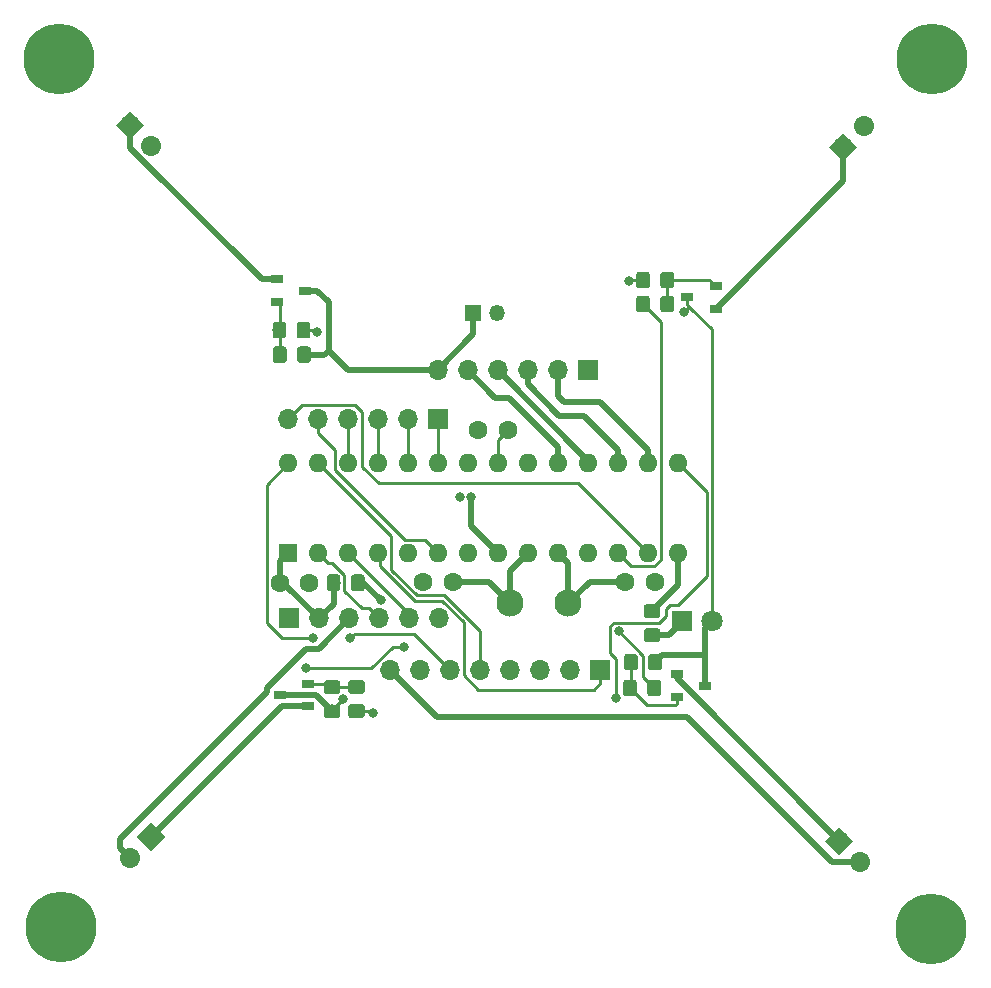
<source format=gtl>
%TF.GenerationSoftware,KiCad,Pcbnew,5.0.2-bee76a0~70~ubuntu18.04.1*%
%TF.CreationDate,2019-05-17T20:17:06-03:00*%
%TF.ProjectId,Quadcoptero-FritzenLab-r00,51756164-636f-4707-9465-726f2d467269,rev?*%
%TF.SameCoordinates,Original*%
%TF.FileFunction,Copper,L1,Top*%
%TF.FilePolarity,Positive*%
%FSLAX46Y46*%
G04 Gerber Fmt 4.6, Leading zero omitted, Abs format (unit mm)*
G04 Created by KiCad (PCBNEW 5.0.2-bee76a0~70~ubuntu18.04.1) date sex 17 mai 2019 20:17:06 -03*
%MOMM*%
%LPD*%
G01*
G04 APERTURE LIST*
%ADD10R,1.350000X1.350000*%
%ADD11O,1.350000X1.350000*%
%ADD12C,1.600000*%
%ADD13C,0.100000*%
%ADD14C,1.150000*%
%ADD15R,1.800000X1.800000*%
%ADD16C,1.800000*%
%ADD17R,1.700000X1.700000*%
%ADD18O,1.700000X1.700000*%
%ADD19C,2.300000*%
%ADD20R,1.600000X1.600000*%
%ADD21O,1.600000X1.600000*%
%ADD22C,1.700000*%
%ADD23C,1.700000*%
%ADD24R,1.000000X0.700000*%
%ADD25C,6.000000*%
%ADD26C,0.800000*%
%ADD27C,0.500000*%
%ADD28C,0.250000*%
G04 APERTURE END LIST*
D10*
X142778480Y-84185760D03*
D11*
X144778480Y-84185760D03*
D12*
X128898020Y-107007660D03*
X126398020Y-107007660D03*
D13*
G36*
X128785985Y-87017564D02*
X128810253Y-87021164D01*
X128834052Y-87027125D01*
X128857151Y-87035390D01*
X128879330Y-87045880D01*
X128900373Y-87058492D01*
X128920079Y-87073107D01*
X128938257Y-87089583D01*
X128954733Y-87107761D01*
X128969348Y-87127467D01*
X128981960Y-87148510D01*
X128992450Y-87170689D01*
X129000715Y-87193788D01*
X129006676Y-87217587D01*
X129010276Y-87241855D01*
X129011480Y-87266359D01*
X129011480Y-88166361D01*
X129010276Y-88190865D01*
X129006676Y-88215133D01*
X129000715Y-88238932D01*
X128992450Y-88262031D01*
X128981960Y-88284210D01*
X128969348Y-88305253D01*
X128954733Y-88324959D01*
X128938257Y-88343137D01*
X128920079Y-88359613D01*
X128900373Y-88374228D01*
X128879330Y-88386840D01*
X128857151Y-88397330D01*
X128834052Y-88405595D01*
X128810253Y-88411556D01*
X128785985Y-88415156D01*
X128761481Y-88416360D01*
X128111479Y-88416360D01*
X128086975Y-88415156D01*
X128062707Y-88411556D01*
X128038908Y-88405595D01*
X128015809Y-88397330D01*
X127993630Y-88386840D01*
X127972587Y-88374228D01*
X127952881Y-88359613D01*
X127934703Y-88343137D01*
X127918227Y-88324959D01*
X127903612Y-88305253D01*
X127891000Y-88284210D01*
X127880510Y-88262031D01*
X127872245Y-88238932D01*
X127866284Y-88215133D01*
X127862684Y-88190865D01*
X127861480Y-88166361D01*
X127861480Y-87266359D01*
X127862684Y-87241855D01*
X127866284Y-87217587D01*
X127872245Y-87193788D01*
X127880510Y-87170689D01*
X127891000Y-87148510D01*
X127903612Y-87127467D01*
X127918227Y-87107761D01*
X127934703Y-87089583D01*
X127952881Y-87073107D01*
X127972587Y-87058492D01*
X127993630Y-87045880D01*
X128015809Y-87035390D01*
X128038908Y-87027125D01*
X128062707Y-87021164D01*
X128086975Y-87017564D01*
X128111479Y-87016360D01*
X128761481Y-87016360D01*
X128785985Y-87017564D01*
X128785985Y-87017564D01*
G37*
D14*
X128436480Y-87716360D03*
D13*
G36*
X126735985Y-87017564D02*
X126760253Y-87021164D01*
X126784052Y-87027125D01*
X126807151Y-87035390D01*
X126829330Y-87045880D01*
X126850373Y-87058492D01*
X126870079Y-87073107D01*
X126888257Y-87089583D01*
X126904733Y-87107761D01*
X126919348Y-87127467D01*
X126931960Y-87148510D01*
X126942450Y-87170689D01*
X126950715Y-87193788D01*
X126956676Y-87217587D01*
X126960276Y-87241855D01*
X126961480Y-87266359D01*
X126961480Y-88166361D01*
X126960276Y-88190865D01*
X126956676Y-88215133D01*
X126950715Y-88238932D01*
X126942450Y-88262031D01*
X126931960Y-88284210D01*
X126919348Y-88305253D01*
X126904733Y-88324959D01*
X126888257Y-88343137D01*
X126870079Y-88359613D01*
X126850373Y-88374228D01*
X126829330Y-88386840D01*
X126807151Y-88397330D01*
X126784052Y-88405595D01*
X126760253Y-88411556D01*
X126735985Y-88415156D01*
X126711481Y-88416360D01*
X126061479Y-88416360D01*
X126036975Y-88415156D01*
X126012707Y-88411556D01*
X125988908Y-88405595D01*
X125965809Y-88397330D01*
X125943630Y-88386840D01*
X125922587Y-88374228D01*
X125902881Y-88359613D01*
X125884703Y-88343137D01*
X125868227Y-88324959D01*
X125853612Y-88305253D01*
X125841000Y-88284210D01*
X125830510Y-88262031D01*
X125822245Y-88238932D01*
X125816284Y-88215133D01*
X125812684Y-88190865D01*
X125811480Y-88166361D01*
X125811480Y-87266359D01*
X125812684Y-87241855D01*
X125816284Y-87217587D01*
X125822245Y-87193788D01*
X125830510Y-87170689D01*
X125841000Y-87148510D01*
X125853612Y-87127467D01*
X125868227Y-87107761D01*
X125884703Y-87089583D01*
X125902881Y-87073107D01*
X125922587Y-87058492D01*
X125943630Y-87045880D01*
X125965809Y-87035390D01*
X125988908Y-87027125D01*
X126012707Y-87021164D01*
X126036975Y-87017564D01*
X126061479Y-87016360D01*
X126711481Y-87016360D01*
X126735985Y-87017564D01*
X126735985Y-87017564D01*
G37*
D14*
X126386480Y-87716360D03*
D13*
G36*
X133342745Y-106329184D02*
X133367013Y-106332784D01*
X133390812Y-106338745D01*
X133413911Y-106347010D01*
X133436090Y-106357500D01*
X133457133Y-106370112D01*
X133476839Y-106384727D01*
X133495017Y-106401203D01*
X133511493Y-106419381D01*
X133526108Y-106439087D01*
X133538720Y-106460130D01*
X133549210Y-106482309D01*
X133557475Y-106505408D01*
X133563436Y-106529207D01*
X133567036Y-106553475D01*
X133568240Y-106577979D01*
X133568240Y-107477981D01*
X133567036Y-107502485D01*
X133563436Y-107526753D01*
X133557475Y-107550552D01*
X133549210Y-107573651D01*
X133538720Y-107595830D01*
X133526108Y-107616873D01*
X133511493Y-107636579D01*
X133495017Y-107654757D01*
X133476839Y-107671233D01*
X133457133Y-107685848D01*
X133436090Y-107698460D01*
X133413911Y-107708950D01*
X133390812Y-107717215D01*
X133367013Y-107723176D01*
X133342745Y-107726776D01*
X133318241Y-107727980D01*
X132668239Y-107727980D01*
X132643735Y-107726776D01*
X132619467Y-107723176D01*
X132595668Y-107717215D01*
X132572569Y-107708950D01*
X132550390Y-107698460D01*
X132529347Y-107685848D01*
X132509641Y-107671233D01*
X132491463Y-107654757D01*
X132474987Y-107636579D01*
X132460372Y-107616873D01*
X132447760Y-107595830D01*
X132437270Y-107573651D01*
X132429005Y-107550552D01*
X132423044Y-107526753D01*
X132419444Y-107502485D01*
X132418240Y-107477981D01*
X132418240Y-106577979D01*
X132419444Y-106553475D01*
X132423044Y-106529207D01*
X132429005Y-106505408D01*
X132437270Y-106482309D01*
X132447760Y-106460130D01*
X132460372Y-106439087D01*
X132474987Y-106419381D01*
X132491463Y-106401203D01*
X132509641Y-106384727D01*
X132529347Y-106370112D01*
X132550390Y-106357500D01*
X132572569Y-106347010D01*
X132595668Y-106338745D01*
X132619467Y-106332784D01*
X132643735Y-106329184D01*
X132668239Y-106327980D01*
X133318241Y-106327980D01*
X133342745Y-106329184D01*
X133342745Y-106329184D01*
G37*
D14*
X132993240Y-107027980D03*
D13*
G36*
X131292745Y-106329184D02*
X131317013Y-106332784D01*
X131340812Y-106338745D01*
X131363911Y-106347010D01*
X131386090Y-106357500D01*
X131407133Y-106370112D01*
X131426839Y-106384727D01*
X131445017Y-106401203D01*
X131461493Y-106419381D01*
X131476108Y-106439087D01*
X131488720Y-106460130D01*
X131499210Y-106482309D01*
X131507475Y-106505408D01*
X131513436Y-106529207D01*
X131517036Y-106553475D01*
X131518240Y-106577979D01*
X131518240Y-107477981D01*
X131517036Y-107502485D01*
X131513436Y-107526753D01*
X131507475Y-107550552D01*
X131499210Y-107573651D01*
X131488720Y-107595830D01*
X131476108Y-107616873D01*
X131461493Y-107636579D01*
X131445017Y-107654757D01*
X131426839Y-107671233D01*
X131407133Y-107685848D01*
X131386090Y-107698460D01*
X131363911Y-107708950D01*
X131340812Y-107717215D01*
X131317013Y-107723176D01*
X131292745Y-107726776D01*
X131268241Y-107727980D01*
X130618239Y-107727980D01*
X130593735Y-107726776D01*
X130569467Y-107723176D01*
X130545668Y-107717215D01*
X130522569Y-107708950D01*
X130500390Y-107698460D01*
X130479347Y-107685848D01*
X130459641Y-107671233D01*
X130441463Y-107654757D01*
X130424987Y-107636579D01*
X130410372Y-107616873D01*
X130397760Y-107595830D01*
X130387270Y-107573651D01*
X130379005Y-107550552D01*
X130373044Y-107526753D01*
X130369444Y-107502485D01*
X130368240Y-107477981D01*
X130368240Y-106577979D01*
X130369444Y-106553475D01*
X130373044Y-106529207D01*
X130379005Y-106505408D01*
X130387270Y-106482309D01*
X130397760Y-106460130D01*
X130410372Y-106439087D01*
X130424987Y-106419381D01*
X130441463Y-106401203D01*
X130459641Y-106384727D01*
X130479347Y-106370112D01*
X130500390Y-106357500D01*
X130522569Y-106347010D01*
X130545668Y-106338745D01*
X130569467Y-106332784D01*
X130593735Y-106329184D01*
X130618239Y-106327980D01*
X131268241Y-106327980D01*
X131292745Y-106329184D01*
X131292745Y-106329184D01*
G37*
D14*
X130943240Y-107027980D03*
D13*
G36*
X158386305Y-108842944D02*
X158410573Y-108846544D01*
X158434372Y-108852505D01*
X158457471Y-108860770D01*
X158479650Y-108871260D01*
X158500693Y-108883872D01*
X158520399Y-108898487D01*
X158538577Y-108914963D01*
X158555053Y-108933141D01*
X158569668Y-108952847D01*
X158582280Y-108973890D01*
X158592770Y-108996069D01*
X158601035Y-109019168D01*
X158606996Y-109042967D01*
X158610596Y-109067235D01*
X158611800Y-109091739D01*
X158611800Y-109741741D01*
X158610596Y-109766245D01*
X158606996Y-109790513D01*
X158601035Y-109814312D01*
X158592770Y-109837411D01*
X158582280Y-109859590D01*
X158569668Y-109880633D01*
X158555053Y-109900339D01*
X158538577Y-109918517D01*
X158520399Y-109934993D01*
X158500693Y-109949608D01*
X158479650Y-109962220D01*
X158457471Y-109972710D01*
X158434372Y-109980975D01*
X158410573Y-109986936D01*
X158386305Y-109990536D01*
X158361801Y-109991740D01*
X157461799Y-109991740D01*
X157437295Y-109990536D01*
X157413027Y-109986936D01*
X157389228Y-109980975D01*
X157366129Y-109972710D01*
X157343950Y-109962220D01*
X157322907Y-109949608D01*
X157303201Y-109934993D01*
X157285023Y-109918517D01*
X157268547Y-109900339D01*
X157253932Y-109880633D01*
X157241320Y-109859590D01*
X157230830Y-109837411D01*
X157222565Y-109814312D01*
X157216604Y-109790513D01*
X157213004Y-109766245D01*
X157211800Y-109741741D01*
X157211800Y-109091739D01*
X157213004Y-109067235D01*
X157216604Y-109042967D01*
X157222565Y-109019168D01*
X157230830Y-108996069D01*
X157241320Y-108973890D01*
X157253932Y-108952847D01*
X157268547Y-108933141D01*
X157285023Y-108914963D01*
X157303201Y-108898487D01*
X157322907Y-108883872D01*
X157343950Y-108871260D01*
X157366129Y-108860770D01*
X157389228Y-108852505D01*
X157413027Y-108846544D01*
X157437295Y-108842944D01*
X157461799Y-108841740D01*
X158361801Y-108841740D01*
X158386305Y-108842944D01*
X158386305Y-108842944D01*
G37*
D14*
X157911800Y-109416740D03*
D13*
G36*
X158386305Y-110892944D02*
X158410573Y-110896544D01*
X158434372Y-110902505D01*
X158457471Y-110910770D01*
X158479650Y-110921260D01*
X158500693Y-110933872D01*
X158520399Y-110948487D01*
X158538577Y-110964963D01*
X158555053Y-110983141D01*
X158569668Y-111002847D01*
X158582280Y-111023890D01*
X158592770Y-111046069D01*
X158601035Y-111069168D01*
X158606996Y-111092967D01*
X158610596Y-111117235D01*
X158611800Y-111141739D01*
X158611800Y-111791741D01*
X158610596Y-111816245D01*
X158606996Y-111840513D01*
X158601035Y-111864312D01*
X158592770Y-111887411D01*
X158582280Y-111909590D01*
X158569668Y-111930633D01*
X158555053Y-111950339D01*
X158538577Y-111968517D01*
X158520399Y-111984993D01*
X158500693Y-111999608D01*
X158479650Y-112012220D01*
X158457471Y-112022710D01*
X158434372Y-112030975D01*
X158410573Y-112036936D01*
X158386305Y-112040536D01*
X158361801Y-112041740D01*
X157461799Y-112041740D01*
X157437295Y-112040536D01*
X157413027Y-112036936D01*
X157389228Y-112030975D01*
X157366129Y-112022710D01*
X157343950Y-112012220D01*
X157322907Y-111999608D01*
X157303201Y-111984993D01*
X157285023Y-111968517D01*
X157268547Y-111950339D01*
X157253932Y-111930633D01*
X157241320Y-111909590D01*
X157230830Y-111887411D01*
X157222565Y-111864312D01*
X157216604Y-111840513D01*
X157213004Y-111816245D01*
X157211800Y-111791741D01*
X157211800Y-111141739D01*
X157213004Y-111117235D01*
X157216604Y-111092967D01*
X157222565Y-111069168D01*
X157230830Y-111046069D01*
X157241320Y-111023890D01*
X157253932Y-111002847D01*
X157268547Y-110983141D01*
X157285023Y-110964963D01*
X157303201Y-110948487D01*
X157322907Y-110933872D01*
X157343950Y-110921260D01*
X157366129Y-110910770D01*
X157389228Y-110902505D01*
X157413027Y-110896544D01*
X157437295Y-110892944D01*
X157461799Y-110891740D01*
X158361801Y-110891740D01*
X158386305Y-110892944D01*
X158386305Y-110892944D01*
G37*
D14*
X157911800Y-111466740D03*
D13*
G36*
X157490305Y-82732584D02*
X157514573Y-82736184D01*
X157538372Y-82742145D01*
X157561471Y-82750410D01*
X157583650Y-82760900D01*
X157604693Y-82773512D01*
X157624399Y-82788127D01*
X157642577Y-82804603D01*
X157659053Y-82822781D01*
X157673668Y-82842487D01*
X157686280Y-82863530D01*
X157696770Y-82885709D01*
X157705035Y-82908808D01*
X157710996Y-82932607D01*
X157714596Y-82956875D01*
X157715800Y-82981379D01*
X157715800Y-83881381D01*
X157714596Y-83905885D01*
X157710996Y-83930153D01*
X157705035Y-83953952D01*
X157696770Y-83977051D01*
X157686280Y-83999230D01*
X157673668Y-84020273D01*
X157659053Y-84039979D01*
X157642577Y-84058157D01*
X157624399Y-84074633D01*
X157604693Y-84089248D01*
X157583650Y-84101860D01*
X157561471Y-84112350D01*
X157538372Y-84120615D01*
X157514573Y-84126576D01*
X157490305Y-84130176D01*
X157465801Y-84131380D01*
X156815799Y-84131380D01*
X156791295Y-84130176D01*
X156767027Y-84126576D01*
X156743228Y-84120615D01*
X156720129Y-84112350D01*
X156697950Y-84101860D01*
X156676907Y-84089248D01*
X156657201Y-84074633D01*
X156639023Y-84058157D01*
X156622547Y-84039979D01*
X156607932Y-84020273D01*
X156595320Y-83999230D01*
X156584830Y-83977051D01*
X156576565Y-83953952D01*
X156570604Y-83930153D01*
X156567004Y-83905885D01*
X156565800Y-83881381D01*
X156565800Y-82981379D01*
X156567004Y-82956875D01*
X156570604Y-82932607D01*
X156576565Y-82908808D01*
X156584830Y-82885709D01*
X156595320Y-82863530D01*
X156607932Y-82842487D01*
X156622547Y-82822781D01*
X156639023Y-82804603D01*
X156657201Y-82788127D01*
X156676907Y-82773512D01*
X156697950Y-82760900D01*
X156720129Y-82750410D01*
X156743228Y-82742145D01*
X156767027Y-82736184D01*
X156791295Y-82732584D01*
X156815799Y-82731380D01*
X157465801Y-82731380D01*
X157490305Y-82732584D01*
X157490305Y-82732584D01*
G37*
D14*
X157140800Y-83431380D03*
D13*
G36*
X159540305Y-82732584D02*
X159564573Y-82736184D01*
X159588372Y-82742145D01*
X159611471Y-82750410D01*
X159633650Y-82760900D01*
X159654693Y-82773512D01*
X159674399Y-82788127D01*
X159692577Y-82804603D01*
X159709053Y-82822781D01*
X159723668Y-82842487D01*
X159736280Y-82863530D01*
X159746770Y-82885709D01*
X159755035Y-82908808D01*
X159760996Y-82932607D01*
X159764596Y-82956875D01*
X159765800Y-82981379D01*
X159765800Y-83881381D01*
X159764596Y-83905885D01*
X159760996Y-83930153D01*
X159755035Y-83953952D01*
X159746770Y-83977051D01*
X159736280Y-83999230D01*
X159723668Y-84020273D01*
X159709053Y-84039979D01*
X159692577Y-84058157D01*
X159674399Y-84074633D01*
X159654693Y-84089248D01*
X159633650Y-84101860D01*
X159611471Y-84112350D01*
X159588372Y-84120615D01*
X159564573Y-84126576D01*
X159540305Y-84130176D01*
X159515801Y-84131380D01*
X158865799Y-84131380D01*
X158841295Y-84130176D01*
X158817027Y-84126576D01*
X158793228Y-84120615D01*
X158770129Y-84112350D01*
X158747950Y-84101860D01*
X158726907Y-84089248D01*
X158707201Y-84074633D01*
X158689023Y-84058157D01*
X158672547Y-84039979D01*
X158657932Y-84020273D01*
X158645320Y-83999230D01*
X158634830Y-83977051D01*
X158626565Y-83953952D01*
X158620604Y-83930153D01*
X158617004Y-83905885D01*
X158615800Y-83881381D01*
X158615800Y-82981379D01*
X158617004Y-82956875D01*
X158620604Y-82932607D01*
X158626565Y-82908808D01*
X158634830Y-82885709D01*
X158645320Y-82863530D01*
X158657932Y-82842487D01*
X158672547Y-82822781D01*
X158689023Y-82804603D01*
X158707201Y-82788127D01*
X158726907Y-82773512D01*
X158747950Y-82760900D01*
X158770129Y-82750410D01*
X158793228Y-82742145D01*
X158817027Y-82736184D01*
X158841295Y-82732584D01*
X158865799Y-82731380D01*
X159515801Y-82731380D01*
X159540305Y-82732584D01*
X159540305Y-82732584D01*
G37*
D14*
X159190800Y-83431380D03*
D13*
G36*
X157490305Y-80695504D02*
X157514573Y-80699104D01*
X157538372Y-80705065D01*
X157561471Y-80713330D01*
X157583650Y-80723820D01*
X157604693Y-80736432D01*
X157624399Y-80751047D01*
X157642577Y-80767523D01*
X157659053Y-80785701D01*
X157673668Y-80805407D01*
X157686280Y-80826450D01*
X157696770Y-80848629D01*
X157705035Y-80871728D01*
X157710996Y-80895527D01*
X157714596Y-80919795D01*
X157715800Y-80944299D01*
X157715800Y-81844301D01*
X157714596Y-81868805D01*
X157710996Y-81893073D01*
X157705035Y-81916872D01*
X157696770Y-81939971D01*
X157686280Y-81962150D01*
X157673668Y-81983193D01*
X157659053Y-82002899D01*
X157642577Y-82021077D01*
X157624399Y-82037553D01*
X157604693Y-82052168D01*
X157583650Y-82064780D01*
X157561471Y-82075270D01*
X157538372Y-82083535D01*
X157514573Y-82089496D01*
X157490305Y-82093096D01*
X157465801Y-82094300D01*
X156815799Y-82094300D01*
X156791295Y-82093096D01*
X156767027Y-82089496D01*
X156743228Y-82083535D01*
X156720129Y-82075270D01*
X156697950Y-82064780D01*
X156676907Y-82052168D01*
X156657201Y-82037553D01*
X156639023Y-82021077D01*
X156622547Y-82002899D01*
X156607932Y-81983193D01*
X156595320Y-81962150D01*
X156584830Y-81939971D01*
X156576565Y-81916872D01*
X156570604Y-81893073D01*
X156567004Y-81868805D01*
X156565800Y-81844301D01*
X156565800Y-80944299D01*
X156567004Y-80919795D01*
X156570604Y-80895527D01*
X156576565Y-80871728D01*
X156584830Y-80848629D01*
X156595320Y-80826450D01*
X156607932Y-80805407D01*
X156622547Y-80785701D01*
X156639023Y-80767523D01*
X156657201Y-80751047D01*
X156676907Y-80736432D01*
X156697950Y-80723820D01*
X156720129Y-80713330D01*
X156743228Y-80705065D01*
X156767027Y-80699104D01*
X156791295Y-80695504D01*
X156815799Y-80694300D01*
X157465801Y-80694300D01*
X157490305Y-80695504D01*
X157490305Y-80695504D01*
G37*
D14*
X157140800Y-81394300D03*
D13*
G36*
X159540305Y-80695504D02*
X159564573Y-80699104D01*
X159588372Y-80705065D01*
X159611471Y-80713330D01*
X159633650Y-80723820D01*
X159654693Y-80736432D01*
X159674399Y-80751047D01*
X159692577Y-80767523D01*
X159709053Y-80785701D01*
X159723668Y-80805407D01*
X159736280Y-80826450D01*
X159746770Y-80848629D01*
X159755035Y-80871728D01*
X159760996Y-80895527D01*
X159764596Y-80919795D01*
X159765800Y-80944299D01*
X159765800Y-81844301D01*
X159764596Y-81868805D01*
X159760996Y-81893073D01*
X159755035Y-81916872D01*
X159746770Y-81939971D01*
X159736280Y-81962150D01*
X159723668Y-81983193D01*
X159709053Y-82002899D01*
X159692577Y-82021077D01*
X159674399Y-82037553D01*
X159654693Y-82052168D01*
X159633650Y-82064780D01*
X159611471Y-82075270D01*
X159588372Y-82083535D01*
X159564573Y-82089496D01*
X159540305Y-82093096D01*
X159515801Y-82094300D01*
X158865799Y-82094300D01*
X158841295Y-82093096D01*
X158817027Y-82089496D01*
X158793228Y-82083535D01*
X158770129Y-82075270D01*
X158747950Y-82064780D01*
X158726907Y-82052168D01*
X158707201Y-82037553D01*
X158689023Y-82021077D01*
X158672547Y-82002899D01*
X158657932Y-81983193D01*
X158645320Y-81962150D01*
X158634830Y-81939971D01*
X158626565Y-81916872D01*
X158620604Y-81893073D01*
X158617004Y-81868805D01*
X158615800Y-81844301D01*
X158615800Y-80944299D01*
X158617004Y-80919795D01*
X158620604Y-80895527D01*
X158626565Y-80871728D01*
X158634830Y-80848629D01*
X158645320Y-80826450D01*
X158657932Y-80805407D01*
X158672547Y-80785701D01*
X158689023Y-80767523D01*
X158707201Y-80751047D01*
X158726907Y-80736432D01*
X158747950Y-80723820D01*
X158770129Y-80713330D01*
X158793228Y-80705065D01*
X158817027Y-80699104D01*
X158841295Y-80695504D01*
X158865799Y-80694300D01*
X159515801Y-80694300D01*
X159540305Y-80695504D01*
X159540305Y-80695504D01*
G37*
D14*
X159190800Y-81394300D03*
D13*
G36*
X133350386Y-117322183D02*
X133374654Y-117325783D01*
X133398453Y-117331744D01*
X133421552Y-117340009D01*
X133443731Y-117350499D01*
X133464774Y-117363111D01*
X133484480Y-117377726D01*
X133502658Y-117394202D01*
X133519134Y-117412380D01*
X133533749Y-117432086D01*
X133546361Y-117453129D01*
X133556851Y-117475308D01*
X133565116Y-117498407D01*
X133571077Y-117522206D01*
X133574677Y-117546474D01*
X133575881Y-117570978D01*
X133575881Y-118220980D01*
X133574677Y-118245484D01*
X133571077Y-118269752D01*
X133565116Y-118293551D01*
X133556851Y-118316650D01*
X133546361Y-118338829D01*
X133533749Y-118359872D01*
X133519134Y-118379578D01*
X133502658Y-118397756D01*
X133484480Y-118414232D01*
X133464774Y-118428847D01*
X133443731Y-118441459D01*
X133421552Y-118451949D01*
X133398453Y-118460214D01*
X133374654Y-118466175D01*
X133350386Y-118469775D01*
X133325882Y-118470979D01*
X132425880Y-118470979D01*
X132401376Y-118469775D01*
X132377108Y-118466175D01*
X132353309Y-118460214D01*
X132330210Y-118451949D01*
X132308031Y-118441459D01*
X132286988Y-118428847D01*
X132267282Y-118414232D01*
X132249104Y-118397756D01*
X132232628Y-118379578D01*
X132218013Y-118359872D01*
X132205401Y-118338829D01*
X132194911Y-118316650D01*
X132186646Y-118293551D01*
X132180685Y-118269752D01*
X132177085Y-118245484D01*
X132175881Y-118220980D01*
X132175881Y-117570978D01*
X132177085Y-117546474D01*
X132180685Y-117522206D01*
X132186646Y-117498407D01*
X132194911Y-117475308D01*
X132205401Y-117453129D01*
X132218013Y-117432086D01*
X132232628Y-117412380D01*
X132249104Y-117394202D01*
X132267282Y-117377726D01*
X132286988Y-117363111D01*
X132308031Y-117350499D01*
X132330210Y-117340009D01*
X132353309Y-117331744D01*
X132377108Y-117325783D01*
X132401376Y-117322183D01*
X132425880Y-117320979D01*
X133325882Y-117320979D01*
X133350386Y-117322183D01*
X133350386Y-117322183D01*
G37*
D14*
X132875881Y-117895979D03*
D13*
G36*
X133350386Y-115272183D02*
X133374654Y-115275783D01*
X133398453Y-115281744D01*
X133421552Y-115290009D01*
X133443731Y-115300499D01*
X133464774Y-115313111D01*
X133484480Y-115327726D01*
X133502658Y-115344202D01*
X133519134Y-115362380D01*
X133533749Y-115382086D01*
X133546361Y-115403129D01*
X133556851Y-115425308D01*
X133565116Y-115448407D01*
X133571077Y-115472206D01*
X133574677Y-115496474D01*
X133575881Y-115520978D01*
X133575881Y-116170980D01*
X133574677Y-116195484D01*
X133571077Y-116219752D01*
X133565116Y-116243551D01*
X133556851Y-116266650D01*
X133546361Y-116288829D01*
X133533749Y-116309872D01*
X133519134Y-116329578D01*
X133502658Y-116347756D01*
X133484480Y-116364232D01*
X133464774Y-116378847D01*
X133443731Y-116391459D01*
X133421552Y-116401949D01*
X133398453Y-116410214D01*
X133374654Y-116416175D01*
X133350386Y-116419775D01*
X133325882Y-116420979D01*
X132425880Y-116420979D01*
X132401376Y-116419775D01*
X132377108Y-116416175D01*
X132353309Y-116410214D01*
X132330210Y-116401949D01*
X132308031Y-116391459D01*
X132286988Y-116378847D01*
X132267282Y-116364232D01*
X132249104Y-116347756D01*
X132232628Y-116329578D01*
X132218013Y-116309872D01*
X132205401Y-116288829D01*
X132194911Y-116266650D01*
X132186646Y-116243551D01*
X132180685Y-116219752D01*
X132177085Y-116195484D01*
X132175881Y-116170980D01*
X132175881Y-115520978D01*
X132177085Y-115496474D01*
X132180685Y-115472206D01*
X132186646Y-115448407D01*
X132194911Y-115425308D01*
X132205401Y-115403129D01*
X132218013Y-115382086D01*
X132232628Y-115362380D01*
X132249104Y-115344202D01*
X132267282Y-115327726D01*
X132286988Y-115313111D01*
X132308031Y-115300499D01*
X132330210Y-115290009D01*
X132353309Y-115281744D01*
X132377108Y-115275783D01*
X132401376Y-115272183D01*
X132425880Y-115270979D01*
X133325882Y-115270979D01*
X133350386Y-115272183D01*
X133350386Y-115272183D01*
G37*
D14*
X132875881Y-115845979D03*
D13*
G36*
X131297205Y-117340844D02*
X131321473Y-117344444D01*
X131345272Y-117350405D01*
X131368371Y-117358670D01*
X131390550Y-117369160D01*
X131411593Y-117381772D01*
X131431299Y-117396387D01*
X131449477Y-117412863D01*
X131465953Y-117431041D01*
X131480568Y-117450747D01*
X131493180Y-117471790D01*
X131503670Y-117493969D01*
X131511935Y-117517068D01*
X131517896Y-117540867D01*
X131521496Y-117565135D01*
X131522700Y-117589639D01*
X131522700Y-118239641D01*
X131521496Y-118264145D01*
X131517896Y-118288413D01*
X131511935Y-118312212D01*
X131503670Y-118335311D01*
X131493180Y-118357490D01*
X131480568Y-118378533D01*
X131465953Y-118398239D01*
X131449477Y-118416417D01*
X131431299Y-118432893D01*
X131411593Y-118447508D01*
X131390550Y-118460120D01*
X131368371Y-118470610D01*
X131345272Y-118478875D01*
X131321473Y-118484836D01*
X131297205Y-118488436D01*
X131272701Y-118489640D01*
X130372699Y-118489640D01*
X130348195Y-118488436D01*
X130323927Y-118484836D01*
X130300128Y-118478875D01*
X130277029Y-118470610D01*
X130254850Y-118460120D01*
X130233807Y-118447508D01*
X130214101Y-118432893D01*
X130195923Y-118416417D01*
X130179447Y-118398239D01*
X130164832Y-118378533D01*
X130152220Y-118357490D01*
X130141730Y-118335311D01*
X130133465Y-118312212D01*
X130127504Y-118288413D01*
X130123904Y-118264145D01*
X130122700Y-118239641D01*
X130122700Y-117589639D01*
X130123904Y-117565135D01*
X130127504Y-117540867D01*
X130133465Y-117517068D01*
X130141730Y-117493969D01*
X130152220Y-117471790D01*
X130164832Y-117450747D01*
X130179447Y-117431041D01*
X130195923Y-117412863D01*
X130214101Y-117396387D01*
X130233807Y-117381772D01*
X130254850Y-117369160D01*
X130277029Y-117358670D01*
X130300128Y-117350405D01*
X130323927Y-117344444D01*
X130348195Y-117340844D01*
X130372699Y-117339640D01*
X131272701Y-117339640D01*
X131297205Y-117340844D01*
X131297205Y-117340844D01*
G37*
D14*
X130822700Y-117914640D03*
D13*
G36*
X131297205Y-115290844D02*
X131321473Y-115294444D01*
X131345272Y-115300405D01*
X131368371Y-115308670D01*
X131390550Y-115319160D01*
X131411593Y-115331772D01*
X131431299Y-115346387D01*
X131449477Y-115362863D01*
X131465953Y-115381041D01*
X131480568Y-115400747D01*
X131493180Y-115421790D01*
X131503670Y-115443969D01*
X131511935Y-115467068D01*
X131517896Y-115490867D01*
X131521496Y-115515135D01*
X131522700Y-115539639D01*
X131522700Y-116189641D01*
X131521496Y-116214145D01*
X131517896Y-116238413D01*
X131511935Y-116262212D01*
X131503670Y-116285311D01*
X131493180Y-116307490D01*
X131480568Y-116328533D01*
X131465953Y-116348239D01*
X131449477Y-116366417D01*
X131431299Y-116382893D01*
X131411593Y-116397508D01*
X131390550Y-116410120D01*
X131368371Y-116420610D01*
X131345272Y-116428875D01*
X131321473Y-116434836D01*
X131297205Y-116438436D01*
X131272701Y-116439640D01*
X130372699Y-116439640D01*
X130348195Y-116438436D01*
X130323927Y-116434836D01*
X130300128Y-116428875D01*
X130277029Y-116420610D01*
X130254850Y-116410120D01*
X130233807Y-116397508D01*
X130214101Y-116382893D01*
X130195923Y-116366417D01*
X130179447Y-116348239D01*
X130164832Y-116328533D01*
X130152220Y-116307490D01*
X130141730Y-116285311D01*
X130133465Y-116262212D01*
X130127504Y-116238413D01*
X130123904Y-116214145D01*
X130122700Y-116189641D01*
X130122700Y-115539639D01*
X130123904Y-115515135D01*
X130127504Y-115490867D01*
X130133465Y-115467068D01*
X130141730Y-115443969D01*
X130152220Y-115421790D01*
X130164832Y-115400747D01*
X130179447Y-115381041D01*
X130195923Y-115362863D01*
X130214101Y-115346387D01*
X130233807Y-115331772D01*
X130254850Y-115319160D01*
X130277029Y-115308670D01*
X130300128Y-115300405D01*
X130323927Y-115294444D01*
X130348195Y-115290844D01*
X130372699Y-115289640D01*
X131272701Y-115289640D01*
X131297205Y-115290844D01*
X131297205Y-115290844D01*
G37*
D14*
X130822700Y-115864640D03*
D13*
G36*
X158435405Y-115242044D02*
X158459673Y-115245644D01*
X158483472Y-115251605D01*
X158506571Y-115259870D01*
X158528750Y-115270360D01*
X158549793Y-115282972D01*
X158569499Y-115297587D01*
X158587677Y-115314063D01*
X158604153Y-115332241D01*
X158618768Y-115351947D01*
X158631380Y-115372990D01*
X158641870Y-115395169D01*
X158650135Y-115418268D01*
X158656096Y-115442067D01*
X158659696Y-115466335D01*
X158660900Y-115490839D01*
X158660900Y-116390841D01*
X158659696Y-116415345D01*
X158656096Y-116439613D01*
X158650135Y-116463412D01*
X158641870Y-116486511D01*
X158631380Y-116508690D01*
X158618768Y-116529733D01*
X158604153Y-116549439D01*
X158587677Y-116567617D01*
X158569499Y-116584093D01*
X158549793Y-116598708D01*
X158528750Y-116611320D01*
X158506571Y-116621810D01*
X158483472Y-116630075D01*
X158459673Y-116636036D01*
X158435405Y-116639636D01*
X158410901Y-116640840D01*
X157760899Y-116640840D01*
X157736395Y-116639636D01*
X157712127Y-116636036D01*
X157688328Y-116630075D01*
X157665229Y-116621810D01*
X157643050Y-116611320D01*
X157622007Y-116598708D01*
X157602301Y-116584093D01*
X157584123Y-116567617D01*
X157567647Y-116549439D01*
X157553032Y-116529733D01*
X157540420Y-116508690D01*
X157529930Y-116486511D01*
X157521665Y-116463412D01*
X157515704Y-116439613D01*
X157512104Y-116415345D01*
X157510900Y-116390841D01*
X157510900Y-115490839D01*
X157512104Y-115466335D01*
X157515704Y-115442067D01*
X157521665Y-115418268D01*
X157529930Y-115395169D01*
X157540420Y-115372990D01*
X157553032Y-115351947D01*
X157567647Y-115332241D01*
X157584123Y-115314063D01*
X157602301Y-115297587D01*
X157622007Y-115282972D01*
X157643050Y-115270360D01*
X157665229Y-115259870D01*
X157688328Y-115251605D01*
X157712127Y-115245644D01*
X157736395Y-115242044D01*
X157760899Y-115240840D01*
X158410901Y-115240840D01*
X158435405Y-115242044D01*
X158435405Y-115242044D01*
G37*
D14*
X158085900Y-115940840D03*
D13*
G36*
X156385405Y-115242044D02*
X156409673Y-115245644D01*
X156433472Y-115251605D01*
X156456571Y-115259870D01*
X156478750Y-115270360D01*
X156499793Y-115282972D01*
X156519499Y-115297587D01*
X156537677Y-115314063D01*
X156554153Y-115332241D01*
X156568768Y-115351947D01*
X156581380Y-115372990D01*
X156591870Y-115395169D01*
X156600135Y-115418268D01*
X156606096Y-115442067D01*
X156609696Y-115466335D01*
X156610900Y-115490839D01*
X156610900Y-116390841D01*
X156609696Y-116415345D01*
X156606096Y-116439613D01*
X156600135Y-116463412D01*
X156591870Y-116486511D01*
X156581380Y-116508690D01*
X156568768Y-116529733D01*
X156554153Y-116549439D01*
X156537677Y-116567617D01*
X156519499Y-116584093D01*
X156499793Y-116598708D01*
X156478750Y-116611320D01*
X156456571Y-116621810D01*
X156433472Y-116630075D01*
X156409673Y-116636036D01*
X156385405Y-116639636D01*
X156360901Y-116640840D01*
X155710899Y-116640840D01*
X155686395Y-116639636D01*
X155662127Y-116636036D01*
X155638328Y-116630075D01*
X155615229Y-116621810D01*
X155593050Y-116611320D01*
X155572007Y-116598708D01*
X155552301Y-116584093D01*
X155534123Y-116567617D01*
X155517647Y-116549439D01*
X155503032Y-116529733D01*
X155490420Y-116508690D01*
X155479930Y-116486511D01*
X155471665Y-116463412D01*
X155465704Y-116439613D01*
X155462104Y-116415345D01*
X155460900Y-116390841D01*
X155460900Y-115490839D01*
X155462104Y-115466335D01*
X155465704Y-115442067D01*
X155471665Y-115418268D01*
X155479930Y-115395169D01*
X155490420Y-115372990D01*
X155503032Y-115351947D01*
X155517647Y-115332241D01*
X155534123Y-115314063D01*
X155552301Y-115297587D01*
X155572007Y-115282972D01*
X155593050Y-115270360D01*
X155615229Y-115259870D01*
X155638328Y-115251605D01*
X155662127Y-115245644D01*
X155686395Y-115242044D01*
X155710899Y-115240840D01*
X156360901Y-115240840D01*
X156385405Y-115242044D01*
X156385405Y-115242044D01*
G37*
D14*
X156035900Y-115940840D03*
D13*
G36*
X126700425Y-84947464D02*
X126724693Y-84951064D01*
X126748492Y-84957025D01*
X126771591Y-84965290D01*
X126793770Y-84975780D01*
X126814813Y-84988392D01*
X126834519Y-85003007D01*
X126852697Y-85019483D01*
X126869173Y-85037661D01*
X126883788Y-85057367D01*
X126896400Y-85078410D01*
X126906890Y-85100589D01*
X126915155Y-85123688D01*
X126921116Y-85147487D01*
X126924716Y-85171755D01*
X126925920Y-85196259D01*
X126925920Y-86096261D01*
X126924716Y-86120765D01*
X126921116Y-86145033D01*
X126915155Y-86168832D01*
X126906890Y-86191931D01*
X126896400Y-86214110D01*
X126883788Y-86235153D01*
X126869173Y-86254859D01*
X126852697Y-86273037D01*
X126834519Y-86289513D01*
X126814813Y-86304128D01*
X126793770Y-86316740D01*
X126771591Y-86327230D01*
X126748492Y-86335495D01*
X126724693Y-86341456D01*
X126700425Y-86345056D01*
X126675921Y-86346260D01*
X126025919Y-86346260D01*
X126001415Y-86345056D01*
X125977147Y-86341456D01*
X125953348Y-86335495D01*
X125930249Y-86327230D01*
X125908070Y-86316740D01*
X125887027Y-86304128D01*
X125867321Y-86289513D01*
X125849143Y-86273037D01*
X125832667Y-86254859D01*
X125818052Y-86235153D01*
X125805440Y-86214110D01*
X125794950Y-86191931D01*
X125786685Y-86168832D01*
X125780724Y-86145033D01*
X125777124Y-86120765D01*
X125775920Y-86096261D01*
X125775920Y-85196259D01*
X125777124Y-85171755D01*
X125780724Y-85147487D01*
X125786685Y-85123688D01*
X125794950Y-85100589D01*
X125805440Y-85078410D01*
X125818052Y-85057367D01*
X125832667Y-85037661D01*
X125849143Y-85019483D01*
X125867321Y-85003007D01*
X125887027Y-84988392D01*
X125908070Y-84975780D01*
X125930249Y-84965290D01*
X125953348Y-84957025D01*
X125977147Y-84951064D01*
X126001415Y-84947464D01*
X126025919Y-84946260D01*
X126675921Y-84946260D01*
X126700425Y-84947464D01*
X126700425Y-84947464D01*
G37*
D14*
X126350920Y-85646260D03*
D13*
G36*
X128750425Y-84947464D02*
X128774693Y-84951064D01*
X128798492Y-84957025D01*
X128821591Y-84965290D01*
X128843770Y-84975780D01*
X128864813Y-84988392D01*
X128884519Y-85003007D01*
X128902697Y-85019483D01*
X128919173Y-85037661D01*
X128933788Y-85057367D01*
X128946400Y-85078410D01*
X128956890Y-85100589D01*
X128965155Y-85123688D01*
X128971116Y-85147487D01*
X128974716Y-85171755D01*
X128975920Y-85196259D01*
X128975920Y-86096261D01*
X128974716Y-86120765D01*
X128971116Y-86145033D01*
X128965155Y-86168832D01*
X128956890Y-86191931D01*
X128946400Y-86214110D01*
X128933788Y-86235153D01*
X128919173Y-86254859D01*
X128902697Y-86273037D01*
X128884519Y-86289513D01*
X128864813Y-86304128D01*
X128843770Y-86316740D01*
X128821591Y-86327230D01*
X128798492Y-86335495D01*
X128774693Y-86341456D01*
X128750425Y-86345056D01*
X128725921Y-86346260D01*
X128075919Y-86346260D01*
X128051415Y-86345056D01*
X128027147Y-86341456D01*
X128003348Y-86335495D01*
X127980249Y-86327230D01*
X127958070Y-86316740D01*
X127937027Y-86304128D01*
X127917321Y-86289513D01*
X127899143Y-86273037D01*
X127882667Y-86254859D01*
X127868052Y-86235153D01*
X127855440Y-86214110D01*
X127844950Y-86191931D01*
X127836685Y-86168832D01*
X127830724Y-86145033D01*
X127827124Y-86120765D01*
X127825920Y-86096261D01*
X127825920Y-85196259D01*
X127827124Y-85171755D01*
X127830724Y-85147487D01*
X127836685Y-85123688D01*
X127844950Y-85100589D01*
X127855440Y-85078410D01*
X127868052Y-85057367D01*
X127882667Y-85037661D01*
X127899143Y-85019483D01*
X127917321Y-85003007D01*
X127937027Y-84988392D01*
X127958070Y-84975780D01*
X127980249Y-84965290D01*
X128003348Y-84957025D01*
X128027147Y-84951064D01*
X128051415Y-84947464D01*
X128075919Y-84946260D01*
X128725921Y-84946260D01*
X128750425Y-84947464D01*
X128750425Y-84947464D01*
G37*
D14*
X128400920Y-85646260D03*
D13*
G36*
X156464145Y-113057644D02*
X156488413Y-113061244D01*
X156512212Y-113067205D01*
X156535311Y-113075470D01*
X156557490Y-113085960D01*
X156578533Y-113098572D01*
X156598239Y-113113187D01*
X156616417Y-113129663D01*
X156632893Y-113147841D01*
X156647508Y-113167547D01*
X156660120Y-113188590D01*
X156670610Y-113210769D01*
X156678875Y-113233868D01*
X156684836Y-113257667D01*
X156688436Y-113281935D01*
X156689640Y-113306439D01*
X156689640Y-114206441D01*
X156688436Y-114230945D01*
X156684836Y-114255213D01*
X156678875Y-114279012D01*
X156670610Y-114302111D01*
X156660120Y-114324290D01*
X156647508Y-114345333D01*
X156632893Y-114365039D01*
X156616417Y-114383217D01*
X156598239Y-114399693D01*
X156578533Y-114414308D01*
X156557490Y-114426920D01*
X156535311Y-114437410D01*
X156512212Y-114445675D01*
X156488413Y-114451636D01*
X156464145Y-114455236D01*
X156439641Y-114456440D01*
X155789639Y-114456440D01*
X155765135Y-114455236D01*
X155740867Y-114451636D01*
X155717068Y-114445675D01*
X155693969Y-114437410D01*
X155671790Y-114426920D01*
X155650747Y-114414308D01*
X155631041Y-114399693D01*
X155612863Y-114383217D01*
X155596387Y-114365039D01*
X155581772Y-114345333D01*
X155569160Y-114324290D01*
X155558670Y-114302111D01*
X155550405Y-114279012D01*
X155544444Y-114255213D01*
X155540844Y-114230945D01*
X155539640Y-114206441D01*
X155539640Y-113306439D01*
X155540844Y-113281935D01*
X155544444Y-113257667D01*
X155550405Y-113233868D01*
X155558670Y-113210769D01*
X155569160Y-113188590D01*
X155581772Y-113167547D01*
X155596387Y-113147841D01*
X155612863Y-113129663D01*
X155631041Y-113113187D01*
X155650747Y-113098572D01*
X155671790Y-113085960D01*
X155693969Y-113075470D01*
X155717068Y-113067205D01*
X155740867Y-113061244D01*
X155765135Y-113057644D01*
X155789639Y-113056440D01*
X156439641Y-113056440D01*
X156464145Y-113057644D01*
X156464145Y-113057644D01*
G37*
D14*
X156114640Y-113756440D03*
D13*
G36*
X158514145Y-113057644D02*
X158538413Y-113061244D01*
X158562212Y-113067205D01*
X158585311Y-113075470D01*
X158607490Y-113085960D01*
X158628533Y-113098572D01*
X158648239Y-113113187D01*
X158666417Y-113129663D01*
X158682893Y-113147841D01*
X158697508Y-113167547D01*
X158710120Y-113188590D01*
X158720610Y-113210769D01*
X158728875Y-113233868D01*
X158734836Y-113257667D01*
X158738436Y-113281935D01*
X158739640Y-113306439D01*
X158739640Y-114206441D01*
X158738436Y-114230945D01*
X158734836Y-114255213D01*
X158728875Y-114279012D01*
X158720610Y-114302111D01*
X158710120Y-114324290D01*
X158697508Y-114345333D01*
X158682893Y-114365039D01*
X158666417Y-114383217D01*
X158648239Y-114399693D01*
X158628533Y-114414308D01*
X158607490Y-114426920D01*
X158585311Y-114437410D01*
X158562212Y-114445675D01*
X158538413Y-114451636D01*
X158514145Y-114455236D01*
X158489641Y-114456440D01*
X157839639Y-114456440D01*
X157815135Y-114455236D01*
X157790867Y-114451636D01*
X157767068Y-114445675D01*
X157743969Y-114437410D01*
X157721790Y-114426920D01*
X157700747Y-114414308D01*
X157681041Y-114399693D01*
X157662863Y-114383217D01*
X157646387Y-114365039D01*
X157631772Y-114345333D01*
X157619160Y-114324290D01*
X157608670Y-114302111D01*
X157600405Y-114279012D01*
X157594444Y-114255213D01*
X157590844Y-114230945D01*
X157589640Y-114206441D01*
X157589640Y-113306439D01*
X157590844Y-113281935D01*
X157594444Y-113257667D01*
X157600405Y-113233868D01*
X157608670Y-113210769D01*
X157619160Y-113188590D01*
X157631772Y-113167547D01*
X157646387Y-113147841D01*
X157662863Y-113129663D01*
X157681041Y-113113187D01*
X157700747Y-113098572D01*
X157721790Y-113085960D01*
X157743969Y-113075470D01*
X157767068Y-113067205D01*
X157790867Y-113061244D01*
X157815135Y-113057644D01*
X157839639Y-113056440D01*
X158489641Y-113056440D01*
X158514145Y-113057644D01*
X158514145Y-113057644D01*
G37*
D14*
X158164640Y-113756440D03*
D15*
X160431480Y-110284260D03*
D16*
X162971480Y-110284260D03*
D12*
X158148020Y-106949240D03*
X155648020Y-106949240D03*
X141011280Y-106959400D03*
X138511280Y-106959400D03*
X145674080Y-94112080D03*
X143174080Y-94112080D03*
D17*
X127172720Y-110037880D03*
D18*
X129712720Y-110037880D03*
X132252720Y-110037880D03*
X134792720Y-110037880D03*
X137332720Y-110037880D03*
X139872720Y-110037880D03*
X139748260Y-89037160D03*
X142288260Y-89037160D03*
X144828260Y-89037160D03*
X147368260Y-89037160D03*
X149908260Y-89037160D03*
D17*
X152448260Y-89037160D03*
X139783820Y-93164660D03*
D18*
X137243820Y-93164660D03*
X134703820Y-93164660D03*
X132163820Y-93164660D03*
X129623820Y-93164660D03*
X127083820Y-93164660D03*
D19*
X150782020Y-108780580D03*
X145882020Y-108780580D03*
D20*
X127088900Y-104521000D03*
D21*
X160108900Y-96901000D03*
X129628900Y-104521000D03*
X157568900Y-96901000D03*
X132168900Y-104521000D03*
X155028900Y-96901000D03*
X134708900Y-104521000D03*
X152488900Y-96901000D03*
X137248900Y-104521000D03*
X149948900Y-96901000D03*
X139788900Y-104521000D03*
X147408900Y-96901000D03*
X142328900Y-104521000D03*
X144868900Y-96901000D03*
X144868900Y-104521000D03*
X142328900Y-96901000D03*
X147408900Y-104521000D03*
X139788900Y-96901000D03*
X149948900Y-104521000D03*
X137248900Y-96901000D03*
X152488900Y-104521000D03*
X134708900Y-96901000D03*
X155028900Y-104521000D03*
X132168900Y-96901000D03*
X157568900Y-104521000D03*
X129628900Y-96901000D03*
X160108900Y-104521000D03*
X127088900Y-96901000D03*
D17*
X153492200Y-114427000D03*
D18*
X150952200Y-114427000D03*
X148412200Y-114427000D03*
X145872200Y-114427000D03*
X143332200Y-114427000D03*
X140792200Y-114427000D03*
X138252200Y-114427000D03*
X135712200Y-114427000D03*
D22*
X173743349Y-128869169D03*
D13*
G36*
X173743349Y-130071251D02*
X172541267Y-128869169D01*
X173743349Y-127667087D01*
X174945431Y-128869169D01*
X173743349Y-130071251D01*
X173743349Y-130071251D01*
G37*
D22*
X175539400Y-130665220D03*
D23*
X175539400Y-130665220D02*
X175539400Y-130665220D01*
D22*
X175874951Y-68358749D03*
D23*
X175874951Y-68358749D02*
X175874951Y-68358749D01*
D22*
X174078900Y-70154800D03*
D13*
G36*
X175280982Y-70154800D02*
X174078900Y-71356882D01*
X172876818Y-70154800D01*
X174078900Y-68952718D01*
X175280982Y-70154800D01*
X175280982Y-70154800D01*
G37*
D22*
X113705640Y-68277740D03*
D13*
G36*
X113705640Y-69479822D02*
X112503558Y-68277740D01*
X113705640Y-67075658D01*
X114907722Y-68277740D01*
X113705640Y-69479822D01*
X113705640Y-69479822D01*
G37*
D22*
X115501691Y-70073791D03*
D23*
X115501691Y-70073791D02*
X115501691Y-70073791D01*
D24*
X128794360Y-117462340D03*
X128794360Y-115562340D03*
X126394360Y-116512340D03*
X162378240Y-115732560D03*
X159978240Y-116682560D03*
X159978240Y-114782560D03*
X126135280Y-81343460D03*
X126135280Y-83243460D03*
X128535280Y-82293460D03*
X163297720Y-83825120D03*
X163297720Y-81925120D03*
X160897720Y-82875120D03*
D22*
X115473480Y-128529080D03*
D13*
G36*
X114271398Y-128529080D02*
X115473480Y-127326998D01*
X116675562Y-128529080D01*
X115473480Y-129731162D01*
X114271398Y-128529080D01*
X114271398Y-128529080D01*
G37*
D22*
X113677429Y-130325131D03*
D23*
X113677429Y-130325131D02*
X113677429Y-130325131D01*
D25*
X107696000Y-62661800D03*
X181584600Y-62687200D03*
X181483000Y-136347200D03*
X107848400Y-136194800D03*
D26*
X134272020Y-118049040D03*
X131729480Y-116867940D03*
X155978860Y-81442560D03*
X160652460Y-84068920D03*
X142590520Y-99791520D03*
X141683740Y-99778820D03*
X134932420Y-108496100D03*
X155089860Y-111143470D03*
X154813000Y-116804440D03*
X129578100Y-85801200D03*
X129174240Y-111747300D03*
X132316220Y-111747300D03*
X128615440Y-114251740D03*
X136933940Y-112433100D03*
D27*
X130515360Y-87368380D02*
X130167380Y-87716360D01*
X130515360Y-83273540D02*
X130515360Y-87368380D01*
X130167380Y-87716360D02*
X128436480Y-87716360D01*
X128535280Y-82293460D02*
X129535280Y-82293460D01*
X129535280Y-82293460D02*
X130515360Y-83273540D01*
X132184140Y-89037160D02*
X130515360Y-87368380D01*
X139748260Y-89037160D02*
X132184140Y-89037160D01*
X162378240Y-110877500D02*
X162971480Y-110284260D01*
X158788012Y-113133068D02*
X162318352Y-113133068D01*
X158164640Y-113756440D02*
X158788012Y-113133068D01*
X162318352Y-113133068D02*
X162378240Y-113073180D01*
X162378240Y-115732560D02*
X162378240Y-113073180D01*
X162378240Y-113073180D02*
X162378240Y-110877500D01*
X129420400Y-116512340D02*
X130822700Y-117914640D01*
X126394360Y-116512340D02*
X129420400Y-116512340D01*
X142590520Y-102242620D02*
X144868900Y-104521000D01*
X142590520Y-99791520D02*
X142590520Y-102242620D01*
D28*
X162971480Y-109011468D02*
X162971480Y-110284260D01*
X162971480Y-85548880D02*
X162971480Y-109011468D01*
X160897720Y-82875120D02*
X160897720Y-83475120D01*
X156027120Y-81394300D02*
X155978860Y-81442560D01*
X157140800Y-81394300D02*
X156027120Y-81394300D01*
X161091521Y-83668921D02*
X161242600Y-83820000D01*
X161052459Y-83668921D02*
X161091521Y-83668921D01*
X160652460Y-84068920D02*
X161052459Y-83668921D01*
X160897720Y-83475120D02*
X161242600Y-83820000D01*
X161242600Y-83820000D02*
X162971480Y-85548880D01*
X130822700Y-117774720D02*
X131729480Y-116867940D01*
X130822700Y-117914640D02*
X130822700Y-117774720D01*
D27*
X142778480Y-86006940D02*
X139748260Y-89037160D01*
X142778480Y-84185760D02*
X142778480Y-86006940D01*
X112827430Y-129475132D02*
X112827430Y-128764670D01*
X113677429Y-130325131D02*
X112827430Y-129475132D01*
X125290210Y-115956488D02*
X128643418Y-112603280D01*
X112827430Y-128764670D02*
X125290210Y-116301890D01*
X125290210Y-116301890D02*
X125290210Y-115956488D01*
X129687320Y-112603280D02*
X132252720Y-110037880D01*
X128643418Y-112603280D02*
X129687320Y-112603280D01*
X175539400Y-130665220D02*
X173167040Y-130665220D01*
X173167040Y-130665220D02*
X160888680Y-118386860D01*
X139672060Y-118386860D02*
X135712200Y-114427000D01*
X160888680Y-118386860D02*
X139672060Y-118386860D01*
X133464300Y-107027980D02*
X134932420Y-108496100D01*
X132993240Y-107027980D02*
X133464300Y-107027980D01*
D28*
X130841361Y-115845979D02*
X130822700Y-115864640D01*
X132875881Y-115845979D02*
X130841361Y-115845979D01*
X130520400Y-115562340D02*
X130822700Y-115864640D01*
X128794360Y-115562340D02*
X130520400Y-115562340D01*
D27*
X126540220Y-117462340D02*
X128794360Y-117462340D01*
X115473480Y-128529080D02*
X126540220Y-117462340D01*
D28*
X159978240Y-117282560D02*
X159877240Y-117383560D01*
X159978240Y-116682560D02*
X159978240Y-117282560D01*
X157478620Y-117383560D02*
X156035900Y-115940840D01*
X159877240Y-117383560D02*
X157478620Y-117383560D01*
X156114640Y-115862100D02*
X156035900Y-115940840D01*
X156114640Y-113756440D02*
X156114640Y-115862100D01*
X126135280Y-87465160D02*
X126386480Y-87716360D01*
X126386480Y-83494660D02*
X126135280Y-83243460D01*
X126386480Y-87716360D02*
X126386480Y-83494660D01*
X162766900Y-81394300D02*
X163297720Y-81925120D01*
X159190800Y-81394300D02*
X162766900Y-81394300D01*
X159190800Y-83431380D02*
X159190800Y-81394300D01*
D27*
X113705640Y-70201742D02*
X113705640Y-69579822D01*
X113705640Y-69579822D02*
X113705640Y-68277740D01*
X124847358Y-81343460D02*
X113705640Y-70201742D01*
X126135280Y-81343460D02*
X124847358Y-81343460D01*
X159978240Y-115104060D02*
X159978240Y-114782560D01*
X173743349Y-128869169D02*
X159978240Y-115104060D01*
X174078900Y-73043940D02*
X174078900Y-70154800D01*
X163297720Y-83825120D02*
X174078900Y-73043940D01*
D28*
X158085900Y-115940840D02*
X157144720Y-114999660D01*
X157144720Y-113198330D02*
X155089860Y-111143470D01*
X157144720Y-114999660D02*
X157144720Y-113198330D01*
X155089860Y-111143470D02*
X155089860Y-111143470D01*
X162521470Y-99313570D02*
X162521470Y-106441670D01*
X160108900Y-96901000D02*
X162521470Y-99313570D01*
X162521470Y-106441670D02*
X162521470Y-106489930D01*
X162521470Y-106489930D02*
X160093660Y-108917740D01*
X159412998Y-108917740D02*
X159044640Y-109286098D01*
X160093660Y-108917740D02*
X159412998Y-108917740D01*
X159044640Y-109872090D02*
X158515630Y-110401100D01*
X159044640Y-109286098D02*
X159044640Y-109872090D01*
X158515630Y-110401100D02*
X154652980Y-110401100D01*
X154364859Y-113014657D02*
X154813000Y-113462798D01*
X154652980Y-110401100D02*
X154364859Y-110689221D01*
X154364859Y-110689221D02*
X154364859Y-113014657D01*
X154813000Y-113462798D02*
X154813000Y-116804440D01*
X154813000Y-116804440D02*
X154813000Y-116804440D01*
X134118959Y-117895979D02*
X134272020Y-118049040D01*
X132875881Y-117895979D02*
X134118959Y-117895979D01*
X155828899Y-105320999D02*
X155028900Y-104521000D01*
X156153901Y-105646001D02*
X155828899Y-105320999D01*
X158108901Y-105646001D02*
X156153901Y-105646001D01*
X158693901Y-105061001D02*
X158108901Y-105646001D01*
X158693901Y-84984481D02*
X158693901Y-105061001D01*
X157140800Y-83431380D02*
X158693901Y-84984481D01*
D27*
X126398020Y-105211880D02*
X127088900Y-104521000D01*
X126398020Y-107007660D02*
X126398020Y-105211880D01*
X126682500Y-107007660D02*
X126398020Y-107007660D01*
X129712720Y-110037880D02*
X126682500Y-107007660D01*
X130943240Y-108807360D02*
X129712720Y-110037880D01*
X130943240Y-107027980D02*
X130943240Y-108807360D01*
D28*
X129423160Y-85646260D02*
X129578100Y-85801200D01*
X128400920Y-85646260D02*
X129423160Y-85646260D01*
X131853940Y-106350490D02*
X131853940Y-107716320D01*
X130824449Y-105320999D02*
X131853940Y-106350490D01*
X129628900Y-104521000D02*
X130428899Y-105320999D01*
X130428899Y-105320999D02*
X130824449Y-105320999D01*
X133942721Y-109187881D02*
X134792720Y-110037880D01*
X133325501Y-109187881D02*
X133942721Y-109187881D01*
X131853940Y-107716320D02*
X133325501Y-109187881D01*
X137332720Y-109684820D02*
X137332720Y-110037880D01*
X132168900Y-104521000D02*
X137332720Y-109684820D01*
X152951360Y-116067840D02*
X153492200Y-115527000D01*
X141967201Y-114837461D02*
X143197580Y-116067840D01*
X141967201Y-110393359D02*
X141967201Y-114837461D01*
X140153762Y-108579920D02*
X141967201Y-110393359D01*
X143197580Y-116067840D02*
X152951360Y-116067840D01*
X153492200Y-115527000D02*
X153492200Y-114427000D01*
X134833080Y-105582612D02*
X137830388Y-108579920D01*
X137830388Y-108579920D02*
X140153762Y-108579920D01*
X134833080Y-104645180D02*
X134708900Y-104521000D01*
X134833080Y-105582612D02*
X134833080Y-104645180D01*
X144868900Y-94917260D02*
X145674080Y-94112080D01*
X144868900Y-96901000D02*
X144868900Y-94917260D01*
D27*
X145882020Y-106047880D02*
X147408900Y-104521000D01*
X145882020Y-108780580D02*
X145882020Y-106047880D01*
X144060840Y-106959400D02*
X145882020Y-108780580D01*
X141011280Y-106959400D02*
X144060840Y-106959400D01*
X150782020Y-105354120D02*
X149948900Y-104521000D01*
X150782020Y-108780580D02*
X150782020Y-105354120D01*
X152613360Y-106949240D02*
X150782020Y-108780580D01*
X155648020Y-106949240D02*
X152613360Y-106949240D01*
D28*
X143332200Y-113224919D02*
X143332200Y-114427000D01*
X129628900Y-96901000D02*
X135833901Y-103106001D01*
X135833901Y-103106001D02*
X135833901Y-105947023D01*
X135833901Y-105947023D02*
X137971279Y-108084401D01*
X143332200Y-111121948D02*
X143332200Y-113224919D01*
X137971279Y-108084401D02*
X140294653Y-108084401D01*
X140294653Y-108084401D02*
X143332200Y-111121948D01*
X125273019Y-110423181D02*
X126597138Y-111747300D01*
X127088900Y-96901000D02*
X125273019Y-98716881D01*
X125273019Y-98716881D02*
X125273019Y-110423181D01*
X126597138Y-111747300D02*
X129174240Y-111747300D01*
X129174240Y-111747300D02*
X129174240Y-111747300D01*
X139942201Y-113577001D02*
X140792200Y-114427000D01*
X137712501Y-111347301D02*
X139942201Y-113577001D01*
X132716219Y-111347301D02*
X137712501Y-111347301D01*
X132316220Y-111747300D02*
X132716219Y-111347301D01*
D27*
X160108900Y-107219640D02*
X160108900Y-104521000D01*
X157911800Y-109416740D02*
X160108900Y-107219640D01*
X160431480Y-110284260D02*
X160431480Y-110368080D01*
X159332820Y-111466740D02*
X157911800Y-111466740D01*
X160431480Y-110368080D02*
X159332820Y-111466740D01*
X153518670Y-91719400D02*
X150431500Y-91719400D01*
X157568900Y-96901000D02*
X157568900Y-95769630D01*
X149908260Y-91196160D02*
X149908260Y-89037160D01*
X150431500Y-91719400D02*
X149908260Y-91196160D01*
X157568900Y-95769630D02*
X153518670Y-91719400D01*
X155028900Y-95769630D02*
X152139450Y-92880180D01*
X155028900Y-96901000D02*
X155028900Y-95769630D01*
X147368260Y-90239241D02*
X147368260Y-89037160D01*
X150009199Y-92880180D02*
X147368260Y-90239241D01*
X152139450Y-92880180D02*
X150009199Y-92880180D01*
X152488900Y-96697800D02*
X152488900Y-96901000D01*
X144828260Y-89037160D02*
X152488900Y-96697800D01*
X142288260Y-89037160D02*
X144647920Y-91396820D01*
X144647920Y-91396820D02*
X145783300Y-91396820D01*
X149948900Y-95562420D02*
X149948900Y-96901000D01*
X145783300Y-91396820D02*
X149948900Y-95562420D01*
D28*
X138988901Y-103721001D02*
X139788900Y-104521000D01*
X138663899Y-103395999D02*
X138988901Y-103721001D01*
X136998897Y-103395999D02*
X138663899Y-103395999D01*
X131043899Y-97441001D02*
X136998897Y-103395999D01*
X131043899Y-95786820D02*
X131043899Y-97441001D01*
X129623820Y-94366741D02*
X131043899Y-95786820D01*
X129623820Y-93164660D02*
X129623820Y-94366741D01*
X139783820Y-96895920D02*
X139788900Y-96901000D01*
X139783820Y-93164660D02*
X139783820Y-96895920D01*
X137248900Y-93169740D02*
X137243820Y-93164660D01*
X137248900Y-96901000D02*
X137248900Y-93169740D01*
X134703820Y-96895920D02*
X134708900Y-96901000D01*
X134703820Y-93164660D02*
X134703820Y-96895920D01*
X132163820Y-96895920D02*
X132168900Y-96901000D01*
X132163820Y-93164660D02*
X132163820Y-96895920D01*
X133338821Y-97195923D02*
X134750778Y-98607880D01*
X133338821Y-92600659D02*
X133338821Y-97195923D01*
X132727821Y-91989659D02*
X133338821Y-92600659D01*
X127083820Y-93164660D02*
X128258821Y-91989659D01*
X128258821Y-91989659D02*
X132727821Y-91989659D01*
X151655780Y-98607880D02*
X157568900Y-104521000D01*
X134750778Y-98607880D02*
X151655780Y-98607880D01*
X129181125Y-114251740D02*
X128615440Y-114251740D01*
X134148458Y-114251740D02*
X129181125Y-114251740D01*
X135967098Y-112433100D02*
X134148458Y-114251740D01*
X136933940Y-112433100D02*
X135967098Y-112433100D01*
M02*

</source>
